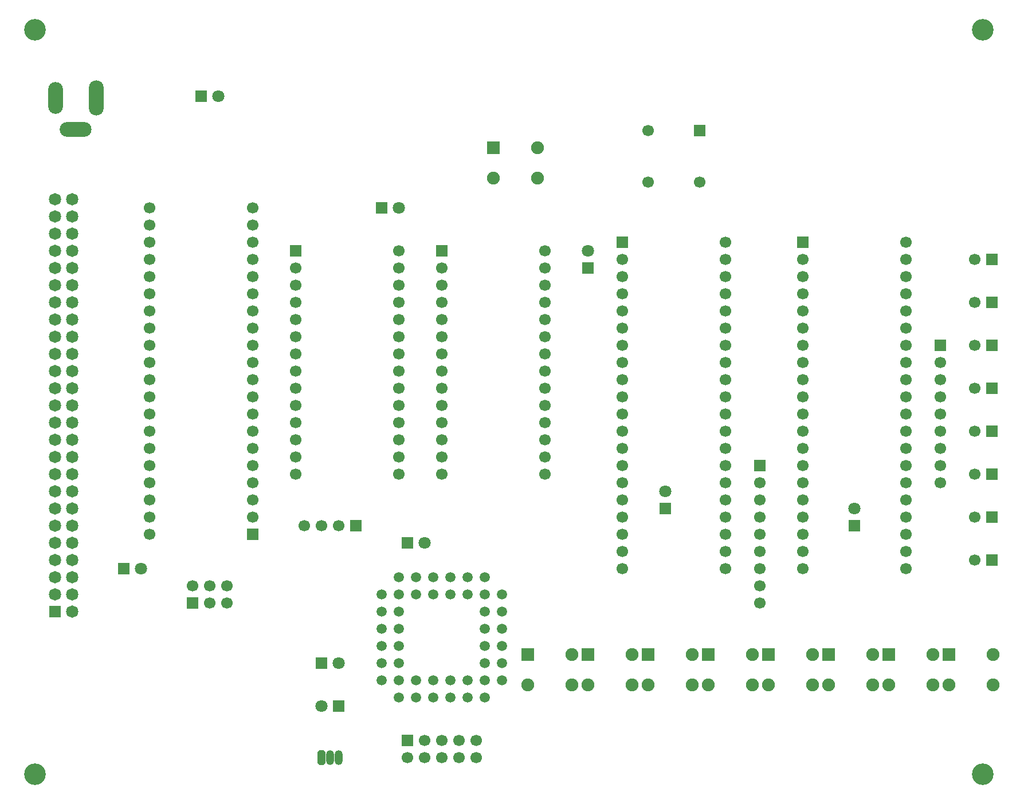
<source format=gbr>
G04 DipTrace 3.2.0.1*
G04 TopMask.gbr*
%MOMM*%
G04 #@! TF.FileFunction,Soldermask,Top*
G04 #@! TF.Part,Single*
%AMOUTLINE1*
4,1,8,
-0.6,-0.79142,
-0.29142,-1.1,
0.29142,-1.1,
0.6,-0.79142,
0.6,0.79142,
0.29142,1.1,
-0.29142,1.1,
-0.6,0.79142,
-0.6,-0.79142,
0*%
%ADD24C,1.5*%
%ADD25R,1.7X1.7*%
%ADD26C,1.7*%
%ADD31C,3.2*%
%ADD39O,1.2X2.2*%
%ADD42C,1.9*%
%ADD43R,1.9X1.9*%
%ADD44C,1.7*%
%ADD45R,1.82X1.82*%
%ADD47C,1.82*%
%ADD49O,4.7X2.2*%
%ADD51O,2.2X5.2*%
%ADD53O,2.2X4.7*%
%ADD57C,1.8*%
%ADD59R,1.8X1.8*%
%ADD65OUTLINE1*%
%FSLAX35Y35*%
G04*
G71*
G90*
G75*
G01*
G04 TopMask*
%LPD*%
D59*
X-4445000Y18923000D3*
D57*
X-4191000D3*
X2413000Y13081000D3*
D59*
Y12827000D3*
D57*
X5207000D3*
D59*
Y12573000D3*
D57*
X1270000Y16637000D3*
D59*
Y16383000D3*
D57*
X-5334000Y11938000D3*
D59*
X-5588000D3*
D57*
X-1524000Y17272000D3*
D59*
X-1778000D3*
D57*
X-1143000Y12319000D3*
D59*
X-1397000D3*
D57*
X-2413000Y10541000D3*
D59*
X-2667000D3*
X-2413000Y9906000D3*
D57*
X-2667000D3*
D26*
X6985000Y16510000D3*
D25*
X7239000D3*
D26*
X6985000Y15875000D3*
D25*
X7239000D3*
D26*
X6985000Y15240000D3*
D25*
X7239000D3*
D26*
X6985000Y14605000D3*
D25*
X7239000D3*
D26*
X6985000Y13970000D3*
D25*
X7239000D3*
D26*
X6985000Y13335000D3*
D25*
X7239000D3*
D26*
X6985000Y12700000D3*
D25*
X7239000D3*
D26*
X6985000Y12065000D3*
D25*
X7239000D3*
D31*
X-6900000Y19900000D3*
X7100000D3*
X-6900000Y8900000D3*
X7100000D3*
D25*
X-1397000Y9398000D3*
D26*
Y9144000D3*
X-1143000Y9398000D3*
Y9144000D3*
X-889000Y9398000D3*
Y9144000D3*
X-635000Y9398000D3*
Y9144000D3*
X-381000Y9398000D3*
Y9144000D3*
D53*
X-6600000Y18900000D3*
D51*
X-6000000D3*
D49*
X-6300000Y18430000D3*
D25*
X-4572000Y11430000D3*
D26*
Y11684000D3*
X-4318000Y11430000D3*
Y11684000D3*
X-4064000Y11430000D3*
Y11684000D3*
D25*
X-2159000Y12573000D3*
D26*
X-2413000D3*
X-2667000D3*
X-2921000D3*
D47*
X-6350000Y11303000D3*
Y11557000D3*
Y11811000D3*
Y12065000D3*
Y12319000D3*
Y12573000D3*
Y12827000D3*
Y13081000D3*
Y13335000D3*
Y13589000D3*
Y13843000D3*
Y14097000D3*
Y14351000D3*
Y14605000D3*
Y14859000D3*
Y15113000D3*
Y15367000D3*
Y15621000D3*
Y15875000D3*
Y16129000D3*
Y16383000D3*
Y16637000D3*
Y16891000D3*
Y17145000D3*
Y17399000D3*
X-6604000D3*
Y17145000D3*
Y16891000D3*
Y16637000D3*
Y16383000D3*
Y16129000D3*
Y15875000D3*
Y15621000D3*
Y15367000D3*
Y15113000D3*
Y14859000D3*
Y14605000D3*
Y14351000D3*
Y14097000D3*
Y13843000D3*
Y13589000D3*
Y13335000D3*
Y13081000D3*
Y12827000D3*
Y12573000D3*
Y12319000D3*
Y12065000D3*
Y11811000D3*
Y11557000D3*
D45*
Y11303000D3*
D25*
X3810000Y13462000D3*
D44*
Y13208000D3*
Y12954000D3*
Y12700000D3*
Y12446000D3*
Y12192000D3*
Y11938000D3*
Y11684000D3*
Y11430000D3*
D25*
X6477000Y15240000D3*
D44*
Y14986000D3*
Y14732000D3*
Y14478000D3*
Y14224000D3*
Y13970000D3*
Y13716000D3*
Y13462000D3*
Y13208000D3*
D43*
X-127000Y18161000D3*
D42*
Y17711000D3*
X523000D3*
Y18161000D3*
D43*
X381000Y10668000D3*
D42*
Y10218000D3*
X1031000D3*
Y10668000D3*
D43*
X1270000D3*
D42*
Y10218000D3*
X1920000D3*
Y10668000D3*
D43*
X2159000D3*
D42*
Y10218000D3*
X2809000D3*
Y10668000D3*
D43*
X3048000D3*
D42*
Y10218000D3*
X3698000D3*
Y10668000D3*
D43*
X3937000D3*
D42*
Y10218000D3*
X4587000D3*
Y10668000D3*
D43*
X4826000D3*
D42*
Y10218000D3*
X5476000D3*
Y10668000D3*
D43*
X5715000D3*
D42*
Y10218000D3*
X6365000D3*
Y10668000D3*
D43*
X6604000D3*
D42*
Y10218000D3*
X7254000D3*
Y10668000D3*
D25*
X1778000Y16764000D3*
D26*
Y16510000D3*
Y16256000D3*
Y16002000D3*
Y15748000D3*
Y15494000D3*
Y15240000D3*
Y14986000D3*
Y14732000D3*
Y14478000D3*
Y14224000D3*
Y13970000D3*
Y13716000D3*
Y13462000D3*
Y13208000D3*
Y12954000D3*
Y12700000D3*
Y12446000D3*
Y12192000D3*
Y11938000D3*
X3302000D3*
Y12192000D3*
Y12446000D3*
Y12700000D3*
Y12954000D3*
Y13208000D3*
Y13462000D3*
Y13716000D3*
Y13970000D3*
Y14224000D3*
Y14478000D3*
Y14732000D3*
Y14986000D3*
Y15240000D3*
Y15494000D3*
Y15748000D3*
Y16002000D3*
Y16256000D3*
Y16510000D3*
Y16764000D3*
D25*
X4445000D3*
D26*
Y16510000D3*
Y16256000D3*
Y16002000D3*
Y15748000D3*
Y15494000D3*
Y15240000D3*
Y14986000D3*
Y14732000D3*
Y14478000D3*
Y14224000D3*
Y13970000D3*
Y13716000D3*
Y13462000D3*
Y13208000D3*
Y12954000D3*
Y12700000D3*
Y12446000D3*
Y12192000D3*
Y11938000D3*
X5969000D3*
Y12192000D3*
Y12446000D3*
Y12700000D3*
Y12954000D3*
Y13208000D3*
Y13462000D3*
Y13716000D3*
Y13970000D3*
Y14224000D3*
Y14478000D3*
Y14732000D3*
Y14986000D3*
Y15240000D3*
Y15494000D3*
Y15748000D3*
Y16002000D3*
Y16256000D3*
Y16510000D3*
Y16764000D3*
D24*
X-1524000Y11557000D3*
Y11303000D3*
Y11049000D3*
Y10795000D3*
Y10541000D3*
Y10287000D3*
X-1270000D3*
X-1016000D3*
X-762000D3*
X-508000D3*
X-254000D3*
Y10541000D3*
Y10795000D3*
Y11049000D3*
Y11303000D3*
Y11557000D3*
X-508000D3*
X-762000D3*
X-1016000D3*
X-1270000D3*
X-1778000D3*
Y11303000D3*
Y11049000D3*
Y10795000D3*
Y10541000D3*
Y10287000D3*
X-1524000Y10033000D3*
X-1270000D3*
X-1016000D3*
X-762000D3*
X-508000D3*
X-254000D3*
X0Y10287000D3*
Y10541000D3*
Y10795000D3*
Y11049000D3*
Y11303000D3*
Y11557000D3*
X-1524000Y11811000D3*
X-1270000D3*
X-1016000D3*
X-762000D3*
X-508000D3*
X-254000D3*
D25*
X-3048000Y16637000D3*
D26*
Y16383000D3*
Y16129000D3*
Y15875000D3*
Y15621000D3*
Y15367000D3*
Y15113000D3*
Y14859000D3*
Y14605000D3*
Y14351000D3*
Y14097000D3*
Y13843000D3*
Y13589000D3*
Y13335000D3*
X-1528000D3*
Y13589000D3*
Y13843000D3*
Y14097000D3*
Y14351000D3*
Y14605000D3*
Y14859000D3*
Y15113000D3*
Y15367000D3*
Y15621000D3*
Y15875000D3*
Y16129000D3*
Y16383000D3*
Y16637000D3*
D25*
X-889000D3*
D26*
Y16383000D3*
Y16129000D3*
Y15875000D3*
Y15621000D3*
Y15367000D3*
Y15113000D3*
Y14859000D3*
Y14605000D3*
Y14351000D3*
Y14097000D3*
Y13843000D3*
Y13589000D3*
Y13335000D3*
X635000D3*
Y13589000D3*
Y13843000D3*
Y14097000D3*
Y14351000D3*
Y14605000D3*
Y14859000D3*
Y15113000D3*
Y15367000D3*
Y15621000D3*
Y15875000D3*
Y16129000D3*
Y16383000D3*
Y16637000D3*
D65*
X-2667000Y9144000D3*
D39*
X-2540000D3*
X-2413000D3*
D25*
X-3683000Y12446000D3*
D26*
Y12700000D3*
Y12954000D3*
Y13208000D3*
Y13462000D3*
Y13716000D3*
Y13970000D3*
Y14224000D3*
Y14478000D3*
Y14732000D3*
Y14986000D3*
Y15240000D3*
Y15494000D3*
Y15748000D3*
Y16002000D3*
Y16256000D3*
Y16510000D3*
Y16764000D3*
Y17018000D3*
Y17272000D3*
X-5207000D3*
Y17018000D3*
Y16764000D3*
Y16510000D3*
Y16256000D3*
Y16002000D3*
Y15748000D3*
Y15494000D3*
Y15240000D3*
Y14986000D3*
Y14732000D3*
Y14478000D3*
Y14224000D3*
Y13970000D3*
Y13716000D3*
Y13462000D3*
Y13208000D3*
Y12954000D3*
Y12700000D3*
Y12446000D3*
D25*
X2921000Y18415000D3*
D26*
X2159000D3*
Y17653000D3*
X2921000D3*
M02*

</source>
